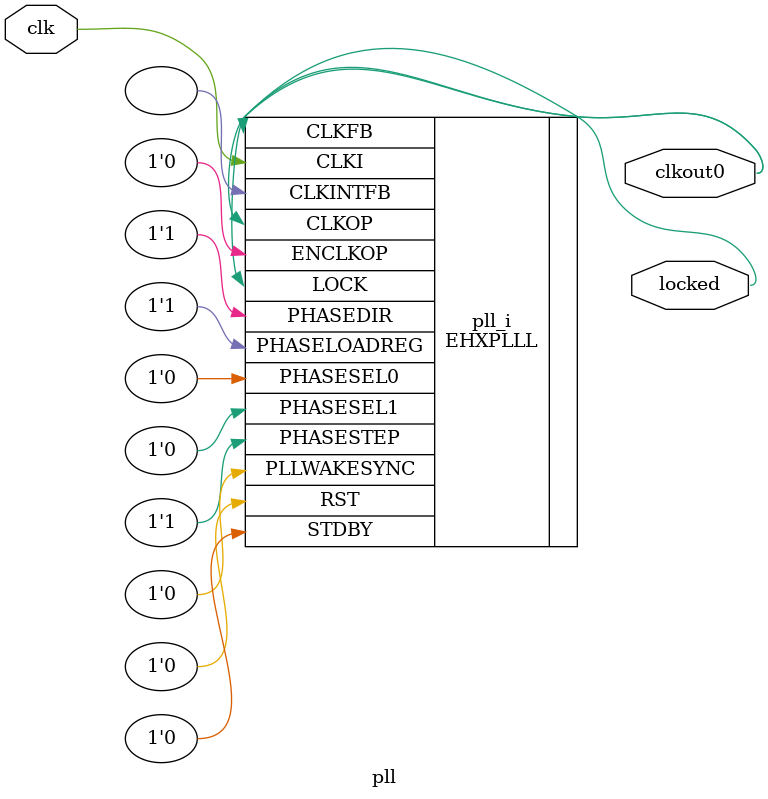
<source format=v>
module pll
(
    input clk, // 50 MHz, 0 deg
    output clkout0, // 11.5385 MHz, 0 deg
    output locked
);
(* FREQUENCY_PIN_CLKI="50" *)
(* FREQUENCY_PIN_CLKOP="11.5385" *)
(* ICP_CURRENT="12" *) (* LPF_RESISTOR="8" *) (* MFG_ENABLE_FILTEROPAMP="1" *) (* MFG_GMCREF_SEL="2" *)
EHXPLLL #(
        .PLLRST_ENA("DISABLED"),
        .INTFB_WAKE("DISABLED"),
        .STDBY_ENABLE("DISABLED"),
        .DPHASE_SOURCE("DISABLED"),
        .OUTDIVIDER_MUXA("DIVA"),
        .OUTDIVIDER_MUXB("DIVB"),
        .OUTDIVIDER_MUXC("DIVC"),
        .OUTDIVIDER_MUXD("DIVD"),
        .CLKI_DIV(13),
        .CLKOP_ENABLE("ENABLED"),
        .CLKOP_DIV(48),
        .CLKOP_CPHASE(23),
        .CLKOP_FPHASE(0),
        .FEEDBK_PATH("CLKOP"),
        .CLKFB_DIV(3)
    ) pll_i (
        .RST(1'b0),
        .STDBY(1'b0),
        .CLKI(clk),
        .CLKOP(clkout0),
        .CLKFB(clkout0),
        .CLKINTFB(),
        .PHASESEL0(1'b0),
        .PHASESEL1(1'b0),
        .PHASEDIR(1'b1),
        .PHASESTEP(1'b1),
        .PHASELOADREG(1'b1),
        .PLLWAKESYNC(1'b0),
        .ENCLKOP(1'b0),
        .LOCK(locked)
	);
endmodule

</source>
